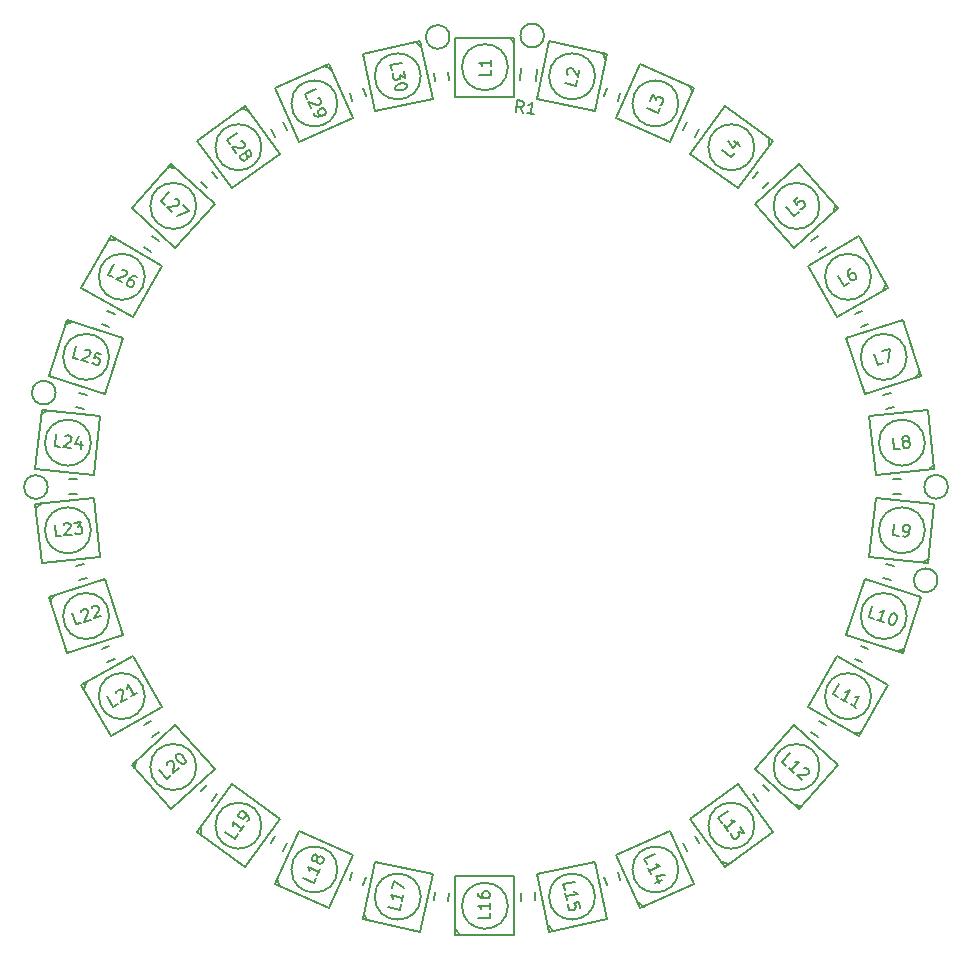
<source format=gto>
G04 #@! TF.FileFunction,Legend,Top*
%FSLAX46Y46*%
G04 Gerber Fmt 4.6, Leading zero omitted, Abs format (unit mm)*
G04 Created by KiCad (PCBNEW 4.0.1-stable) date 2/4/2016 5:34:23 PM*
%MOMM*%
G01*
G04 APERTURE LIST*
%ADD10C,0.100000*%
%ADD11C,0.150000*%
G04 APERTURE END LIST*
D10*
D11*
X201141010Y-101597294D02*
X200672618Y-101077093D01*
X201564392Y-100274136D02*
X202032784Y-100794337D01*
X189463398Y-41660639D02*
X189247086Y-42326379D01*
X188105818Y-41955559D02*
X188322130Y-41289819D01*
X196144540Y-44772561D02*
X195794540Y-45378779D01*
X194755310Y-44778779D02*
X195105310Y-44172561D01*
X202032679Y-49205568D02*
X201564287Y-49725769D01*
X200672513Y-48922812D02*
X201140905Y-48402611D01*
X206870473Y-54765915D02*
X206304161Y-55177365D01*
X205598819Y-54206545D02*
X206165131Y-53795095D01*
X210446488Y-61210590D02*
X209807006Y-61495306D01*
X209318922Y-60399052D02*
X209958404Y-60114336D01*
X212604434Y-68257928D02*
X211919730Y-68403467D01*
X211670236Y-67229690D02*
X212354940Y-67084151D01*
X213249999Y-75599929D02*
X212549999Y-75599929D01*
X212549999Y-74399929D02*
X213249999Y-74399929D01*
X212354970Y-82915710D02*
X211670266Y-82770171D01*
X211919760Y-81596394D02*
X212604464Y-81741933D01*
X209958461Y-89885535D02*
X209318979Y-89600819D01*
X209807063Y-88504565D02*
X210446545Y-88789281D01*
X206165214Y-96204790D02*
X205598902Y-95793340D01*
X206304244Y-94822520D02*
X206870556Y-95233970D01*
X195105432Y-105827368D02*
X194755432Y-105221150D01*
X195794662Y-104621150D02*
X196144662Y-105227368D01*
X188322264Y-108710136D02*
X188105952Y-108044396D01*
X189247220Y-107673576D02*
X189463532Y-108339316D01*
X181087963Y-110119609D02*
X181014793Y-109423443D01*
X182208219Y-109298009D02*
X182281389Y-109994175D01*
X173718703Y-109994184D02*
X173791873Y-109298018D01*
X174985299Y-109423452D02*
X174912129Y-110119618D01*
X166536557Y-108339345D02*
X166752869Y-107673605D01*
X167894137Y-108044425D02*
X167677825Y-108710165D01*
X159855418Y-105227415D02*
X160205418Y-104621197D01*
X161244648Y-105221197D02*
X160894648Y-105827415D01*
X153967285Y-100794400D02*
X154435677Y-100274199D01*
X155327451Y-101077156D02*
X154859059Y-101597357D01*
X149129499Y-95234046D02*
X149695811Y-94822596D01*
X150401153Y-95793416D02*
X149834841Y-96204866D01*
X145553492Y-88789367D02*
X146192974Y-88504651D01*
X146681058Y-89600905D02*
X146041576Y-89885621D01*
X143395555Y-81742025D02*
X144080259Y-81596486D01*
X144329753Y-82770263D02*
X143645049Y-82915802D01*
X142750000Y-74400023D02*
X143450000Y-74400023D01*
X143450000Y-75600023D02*
X142750000Y-75600023D01*
X143645039Y-67084243D02*
X144329743Y-67229782D01*
X144080249Y-68403559D02*
X143395545Y-68258020D01*
X146041557Y-60114421D02*
X146681039Y-60399137D01*
X146192955Y-61495391D02*
X145553473Y-61210675D01*
X149834813Y-53795171D02*
X150401125Y-54206621D01*
X149695783Y-55177441D02*
X149129471Y-54765991D01*
X154859024Y-48402673D02*
X155327416Y-48922874D01*
X154435642Y-49725831D02*
X153967250Y-49205630D01*
X160894608Y-44172608D02*
X161244608Y-44778826D01*
X160205378Y-45378826D02*
X159855378Y-44772608D01*
X167677780Y-41289849D02*
X167894092Y-41955589D01*
X166752824Y-42326409D02*
X166536512Y-41660669D01*
X174912083Y-39880386D02*
X174985253Y-40576552D01*
X173791827Y-40701986D02*
X173718657Y-40005820D01*
X141650000Y-67060000D02*
G75*
G03X141650000Y-67060000I-1000000J0D01*
G01*
X183000000Y-36820000D02*
G75*
G03X183000000Y-36820000I-1000000J0D01*
G01*
X140980000Y-75050000D02*
G75*
G03X140980000Y-75050000I-1000000J0D01*
G01*
X217200000Y-75030000D02*
G75*
G03X217200000Y-75030000I-1000000J0D01*
G01*
X216320000Y-82940000D02*
G75*
G03X216320000Y-82940000I-1000000J0D01*
G01*
X175010000Y-36940000D02*
G75*
G03X175010000Y-36940000I-1000000J0D01*
G01*
X182393567Y-39693296D02*
X182289038Y-40687818D01*
X180946433Y-40546704D02*
X181050962Y-39552182D01*
X165508277Y-42569138D02*
G75*
G03X165508277Y-42569138I-1947434J0D01*
G01*
X164965219Y-39699865D02*
X164508124Y-39410791D01*
X164508124Y-39410791D02*
X164528461Y-39456468D01*
X160260138Y-41302116D02*
X162293821Y-45869843D01*
X162293821Y-45869843D02*
X166861548Y-43836160D01*
X166861548Y-43836160D02*
X164827865Y-39268433D01*
X164827865Y-39268433D02*
X160260138Y-41302116D01*
X159081050Y-46279902D02*
G75*
G03X159081050Y-46279902I-1947435J0D01*
G01*
X157910747Y-43181343D02*
X157403538Y-42993621D01*
X157403538Y-42993621D02*
X157432928Y-43034072D01*
X153641609Y-45726823D02*
X156580536Y-49771908D01*
X156580536Y-49771908D02*
X160625621Y-46832981D01*
X160625621Y-46832981D02*
X157686694Y-42787896D01*
X157686694Y-42787896D02*
X153641609Y-45726823D01*
X153565784Y-51245872D02*
G75*
G03X153565784Y-51245872I-1947434J0D01*
G01*
X151734273Y-48053449D02*
X151199119Y-47975284D01*
X151199119Y-47975284D02*
X151236276Y-48008741D01*
X148087661Y-51430908D02*
X151803386Y-54776561D01*
X151803386Y-54776561D02*
X155149039Y-51060836D01*
X155149039Y-51060836D02*
X151433314Y-47715183D01*
X151433314Y-47715183D02*
X148087661Y-51430908D01*
X149203524Y-57250013D02*
G75*
G03X149203524Y-57250013I-1947434J0D01*
G01*
X146705738Y-54103251D02*
X146166026Y-54138058D01*
X146166026Y-54138058D02*
X146209328Y-54163058D01*
X143841026Y-58165077D02*
X148171154Y-60665077D01*
X148171154Y-60665077D02*
X150671154Y-56334949D01*
X150671154Y-56334949D02*
X146341026Y-53834949D01*
X146341026Y-53834949D02*
X143841026Y-58165077D01*
X146184921Y-64029914D02*
G75*
G03X146184921Y-64029914I-1947434J0D01*
G01*
X143044913Y-61066341D02*
X142524232Y-61212600D01*
X142524232Y-61212600D02*
X142571785Y-61228051D01*
X141087303Y-65635013D02*
X145842586Y-67180098D01*
X145842586Y-67180098D02*
X147387671Y-62424815D01*
X147387671Y-62424815D02*
X142632388Y-60879730D01*
X142632388Y-60879730D02*
X141087303Y-65635013D01*
X144641904Y-71289261D02*
G75*
G03X144641904Y-71289261I-1947434J0D01*
G01*
X140911795Y-68638399D02*
X140432901Y-68889718D01*
X140432901Y-68889718D02*
X140482628Y-68894944D01*
X139946844Y-73514245D02*
X144919454Y-74036887D01*
X144919454Y-74036887D02*
X145442096Y-69064277D01*
X145442096Y-69064277D02*
X140469486Y-68541635D01*
X140469486Y-68541635D02*
X139946844Y-73514245D01*
X144641910Y-78710785D02*
G75*
G03X144641910Y-78710785I-1947435J0D01*
G01*
X140399610Y-76488490D02*
X139983434Y-76833884D01*
X139983434Y-76833884D02*
X140033160Y-76828658D01*
X140469491Y-81458411D02*
X145442101Y-80935769D01*
X145442101Y-80935769D02*
X144919459Y-75963159D01*
X144919459Y-75963159D02*
X139946849Y-76485801D01*
X139946849Y-76485801D02*
X140469491Y-81458411D01*
X146184936Y-85970130D02*
G75*
G03X146184936Y-85970130I-1947434J0D01*
G01*
X141530745Y-84273526D02*
X141195474Y-84697901D01*
X141195474Y-84697901D02*
X141243027Y-84682450D01*
X142632403Y-89120314D02*
X147387686Y-87575229D01*
X147387686Y-87575229D02*
X145842601Y-82819946D01*
X145842601Y-82819946D02*
X141087318Y-84365031D01*
X141087318Y-84365031D02*
X142632403Y-89120314D01*
X149203548Y-92750027D02*
G75*
G03X149203548Y-92750027I-1947434J0D01*
G01*
X144255762Y-91653265D02*
X144016050Y-92138072D01*
X144016050Y-92138072D02*
X144059352Y-92113072D01*
X146341050Y-96165091D02*
X150671178Y-93665091D01*
X150671178Y-93665091D02*
X148171178Y-89334963D01*
X148171178Y-89334963D02*
X143841050Y-91834963D01*
X143841050Y-91834963D02*
X146341050Y-96165091D01*
X153565817Y-98754162D02*
G75*
G03X153565817Y-98754162I-1947435J0D01*
G01*
X148455565Y-98305175D02*
X148321889Y-98829227D01*
X148321889Y-98829227D02*
X148359046Y-98795771D01*
X151433346Y-102284851D02*
X155149071Y-98939198D01*
X155149071Y-98939198D02*
X151803418Y-95223473D01*
X151803418Y-95223473D02*
X148087693Y-98569126D01*
X148087693Y-98569126D02*
X151433346Y-102284851D01*
X159081088Y-103720125D02*
G75*
G03X159081088Y-103720125I-1947434J0D01*
G01*
X153946603Y-103938536D02*
X153924804Y-104478929D01*
X153924804Y-104478929D02*
X153954194Y-104438478D01*
X157686733Y-107212131D02*
X160625660Y-103167046D01*
X160625660Y-103167046D02*
X156580575Y-100228119D01*
X156580575Y-100228119D02*
X153641648Y-104273204D01*
X153641648Y-104273204D02*
X157686733Y-107212131D01*
X165508322Y-107430880D02*
G75*
G03X165508322Y-107430880I-1947435J0D01*
G01*
X160488891Y-108307143D02*
X160579923Y-108840260D01*
X160579923Y-108840260D02*
X160600259Y-108794583D01*
X164827909Y-110731585D02*
X166861592Y-106163858D01*
X166861592Y-106163858D02*
X162293865Y-104130175D01*
X162293865Y-104130175D02*
X160260182Y-108697902D01*
X160260182Y-108697902D02*
X164827909Y-110731585D01*
X172566612Y-109724249D02*
G75*
G03X172566612Y-109724249I-1947434J0D01*
G01*
X167796497Y-111220068D02*
X167996381Y-111722608D01*
X167996381Y-111722608D02*
X168006777Y-111673700D01*
X172544768Y-112689397D02*
X173584326Y-107798659D01*
X173584326Y-107798659D02*
X168693588Y-106759101D01*
X168693588Y-106759101D02*
X167654030Y-111649839D01*
X167654030Y-111649839D02*
X172544768Y-112689397D01*
X179947481Y-110499999D02*
G75*
G03X179947481Y-110499999I-1947434J0D01*
G01*
X175550047Y-112549999D02*
X175850047Y-112999999D01*
X175850047Y-112999999D02*
X175850047Y-112949999D01*
X180500047Y-112999999D02*
X180500047Y-107999999D01*
X180500047Y-107999999D02*
X175500047Y-107999999D01*
X175500047Y-107999999D02*
X175500047Y-112999999D01*
X175500047Y-112999999D02*
X180500047Y-112999999D01*
X187328348Y-109724229D02*
G75*
G03X187328348Y-109724229I-1947434J0D01*
G01*
X183410671Y-112238815D02*
X183797676Y-112616608D01*
X183797676Y-112616608D02*
X183787280Y-112567701D01*
X188346062Y-111649819D02*
X187306504Y-106759081D01*
X187306504Y-106759081D02*
X182415766Y-107798639D01*
X182415766Y-107798639D02*
X183455324Y-112689377D01*
X183455324Y-112689377D02*
X188346062Y-111649819D01*
X194386634Y-107430841D02*
G75*
G03X194386634Y-107430841I-1947434J0D01*
G01*
X191034824Y-110300114D02*
X191491919Y-110589188D01*
X191491919Y-110589188D02*
X191471582Y-110543511D01*
X195739905Y-108697863D02*
X193706222Y-104130136D01*
X193706222Y-104130136D02*
X189138495Y-106163819D01*
X189138495Y-106163819D02*
X191172178Y-110731546D01*
X191172178Y-110731546D02*
X195739905Y-108697863D01*
X206329115Y-98754091D02*
G75*
G03X206329115Y-98754091I-1947434J0D01*
G01*
X204265758Y-101946514D02*
X204800912Y-102024679D01*
X204800912Y-102024679D02*
X204763755Y-101991222D01*
X207912370Y-98569055D02*
X204196645Y-95223402D01*
X204196645Y-95223402D02*
X200850992Y-98939127D01*
X200850992Y-98939127D02*
X204566717Y-102284780D01*
X204566717Y-102284780D02*
X207912370Y-98569055D01*
X210691367Y-92749944D02*
G75*
G03X210691367Y-92749944I-1947434J0D01*
G01*
X209294285Y-95896706D02*
X209833997Y-95861899D01*
X209833997Y-95861899D02*
X209790695Y-95836899D01*
X212158997Y-91834880D02*
X207828869Y-89334880D01*
X207828869Y-89334880D02*
X205328869Y-93665008D01*
X205328869Y-93665008D02*
X209658997Y-96165008D01*
X209658997Y-96165008D02*
X212158997Y-91834880D01*
X213709961Y-85970039D02*
G75*
G03X213709961Y-85970039I-1947434J0D01*
G01*
X212955101Y-88933612D02*
X213475782Y-88787353D01*
X213475782Y-88787353D02*
X213428229Y-88771902D01*
X214912711Y-84364940D02*
X210157428Y-82819855D01*
X210157428Y-82819855D02*
X208612343Y-87575138D01*
X208612343Y-87575138D02*
X213367626Y-89120223D01*
X213367626Y-89120223D02*
X214912711Y-84364940D01*
X215252968Y-78710690D02*
G75*
G03X215252968Y-78710690I-1947434J0D01*
G01*
X215088209Y-81361552D02*
X215567103Y-81110233D01*
X215567103Y-81110233D02*
X215517376Y-81105007D01*
X216053160Y-76485706D02*
X211080550Y-75963064D01*
X211080550Y-75963064D02*
X210557908Y-80935674D01*
X210557908Y-80935674D02*
X215530518Y-81458316D01*
X215530518Y-81458316D02*
X216053160Y-76485706D01*
X215252954Y-71289166D02*
G75*
G03X215252954Y-71289166I-1947435J0D01*
G01*
X215600384Y-73511461D02*
X216016560Y-73166067D01*
X216016560Y-73166067D02*
X215966834Y-73171293D01*
X215530503Y-68541540D02*
X210557893Y-69064182D01*
X210557893Y-69064182D02*
X211080535Y-74036792D01*
X211080535Y-74036792D02*
X216053145Y-73514150D01*
X216053145Y-73514150D02*
X215530503Y-68541540D01*
X213709916Y-64029823D02*
G75*
G03X213709916Y-64029823I-1947434J0D01*
G01*
X214469239Y-65726427D02*
X214804510Y-65302052D01*
X214804510Y-65302052D02*
X214756957Y-65317503D01*
X213367581Y-60879639D02*
X208612298Y-62424724D01*
X208612298Y-62424724D02*
X210157383Y-67180007D01*
X210157383Y-67180007D02*
X214912666Y-65634922D01*
X214912666Y-65634922D02*
X213367581Y-60879639D01*
X206329020Y-51245801D02*
G75*
G03X206329020Y-51245801I-1947435J0D01*
G01*
X207544402Y-51694788D02*
X207678078Y-51170736D01*
X207678078Y-51170736D02*
X207640921Y-51204192D01*
X204566621Y-47715112D02*
X200850896Y-51060765D01*
X200850896Y-51060765D02*
X204196549Y-54776490D01*
X204196549Y-54776490D02*
X207912274Y-51430837D01*
X207912274Y-51430837D02*
X204566621Y-47715112D01*
X200813740Y-46279846D02*
G75*
G03X200813740Y-46279846I-1947434J0D01*
G01*
X202053357Y-46061435D02*
X202075156Y-45521042D01*
X202075156Y-45521042D02*
X202045766Y-45561493D01*
X198313227Y-42787840D02*
X195374300Y-46832925D01*
X195374300Y-46832925D02*
X199419385Y-49771852D01*
X199419385Y-49771852D02*
X202358312Y-45726767D01*
X202358312Y-45726767D02*
X198313227Y-42787840D01*
X194386504Y-42569099D02*
G75*
G03X194386504Y-42569099I-1947435J0D01*
G01*
X195511065Y-41692836D02*
X195420033Y-41159719D01*
X195420033Y-41159719D02*
X195399697Y-41205396D01*
X191172047Y-39268394D02*
X189138364Y-43836121D01*
X189138364Y-43836121D02*
X193706091Y-45869804D01*
X193706091Y-45869804D02*
X195739774Y-41302077D01*
X195739774Y-41302077D02*
X191172047Y-39268394D01*
X187328208Y-40275740D02*
G75*
G03X187328208Y-40275740I-1947434J0D01*
G01*
X188203455Y-38779921D02*
X188003571Y-38277381D01*
X188003571Y-38277381D02*
X187993175Y-38326289D01*
X183455184Y-37310592D02*
X182415626Y-42201330D01*
X182415626Y-42201330D02*
X187306364Y-43240888D01*
X187306364Y-43240888D02*
X188345922Y-38350150D01*
X188345922Y-38350150D02*
X183455184Y-37310592D01*
X200813857Y-103720069D02*
G75*
G03X200813857Y-103720069I-1947435J0D01*
G01*
X198089290Y-106818628D02*
X198596499Y-107006350D01*
X198596499Y-107006350D02*
X198567109Y-106965899D01*
X202358428Y-104273148D02*
X199419501Y-100228063D01*
X199419501Y-100228063D02*
X195374416Y-103166990D01*
X195374416Y-103166990D02*
X198313343Y-107212075D01*
X198313343Y-107212075D02*
X202358428Y-104273148D01*
X210691296Y-57249931D02*
G75*
G03X210691296Y-57249931I-1947434J0D01*
G01*
X211744214Y-58346693D02*
X211983926Y-57861886D01*
X211983926Y-57861886D02*
X211940624Y-57886886D01*
X209658926Y-53834867D02*
X205328798Y-56334867D01*
X205328798Y-56334867D02*
X207828798Y-60664995D01*
X207828798Y-60664995D02*
X212158926Y-58164995D01*
X212158926Y-58164995D02*
X209658926Y-53834867D01*
X179947434Y-39500000D02*
G75*
G03X179947434Y-39500000I-1947434J0D01*
G01*
X180450000Y-37450000D02*
X180150000Y-37000000D01*
X180150000Y-37000000D02*
X180150000Y-37050000D01*
X175500000Y-37000000D02*
X175500000Y-42000000D01*
X175500000Y-42000000D02*
X180500000Y-42000000D01*
X180500000Y-42000000D02*
X180500000Y-37000000D01*
X180500000Y-37000000D02*
X175500000Y-37000000D01*
X172566565Y-40275760D02*
G75*
G03X172566565Y-40275760I-1947434J0D01*
G01*
X172589374Y-37761174D02*
X172202369Y-37383381D01*
X172202369Y-37383381D02*
X172212765Y-37432288D01*
X167653983Y-38350170D02*
X168693541Y-43240908D01*
X168693541Y-43240908D02*
X173584279Y-42201350D01*
X173584279Y-42201350D02*
X172544721Y-37310612D01*
X172544721Y-37310612D02*
X167653983Y-38350170D01*
X181216960Y-43372481D02*
X180935228Y-42864056D01*
X180648662Y-43312751D02*
X180753190Y-42318229D01*
X181132056Y-42358049D01*
X181221795Y-42415363D01*
X181264176Y-42467698D01*
X181301579Y-42567392D01*
X181286646Y-42709467D01*
X181229333Y-42799205D01*
X181176997Y-42841586D01*
X181077303Y-42878989D01*
X180698437Y-42839168D01*
X182164124Y-43472032D02*
X181595825Y-43412302D01*
X181879974Y-43442167D02*
X181984503Y-42447645D01*
X181874854Y-42579764D01*
X181770182Y-42664526D01*
X181670489Y-42701929D01*
X162952113Y-42191199D02*
X162758429Y-41756177D01*
X163671974Y-41349440D01*
X163894864Y-42084212D02*
X163957735Y-42108345D01*
X164039974Y-42175981D01*
X164136816Y-42393493D01*
X164132051Y-42499865D01*
X164107917Y-42562736D01*
X164040281Y-42644975D01*
X163953277Y-42683712D01*
X163803402Y-42698315D01*
X163048955Y-42408709D01*
X163300744Y-42974238D01*
X163494428Y-43409259D02*
X163571902Y-43583268D01*
X163654141Y-43650904D01*
X163717012Y-43675038D01*
X163886255Y-43703937D01*
X164079632Y-43669966D01*
X164427650Y-43515018D01*
X164495285Y-43432779D01*
X164519419Y-43369909D01*
X164524185Y-43263536D01*
X164446711Y-43089527D01*
X164364472Y-43021891D01*
X164301601Y-42997757D01*
X164195228Y-42992992D01*
X163977718Y-43089834D01*
X163910082Y-43172073D01*
X163885947Y-43234944D01*
X163881182Y-43341316D01*
X163958656Y-43515326D01*
X164040895Y-43582961D01*
X164103766Y-43607095D01*
X164210139Y-43611860D01*
X156459609Y-46036785D02*
X156179711Y-45651538D01*
X156988728Y-45063753D01*
X157359516Y-45736126D02*
X157426030Y-45746661D01*
X157520534Y-45795721D01*
X157660483Y-45988344D01*
X157677938Y-46093383D01*
X157667403Y-46159898D01*
X157618344Y-46254402D01*
X157541295Y-46310381D01*
X157397731Y-46355826D01*
X156599558Y-46229408D01*
X156963425Y-46730228D01*
X157761598Y-46856645D02*
X157744143Y-46751606D01*
X157754678Y-46685092D01*
X157803737Y-46590588D01*
X157842262Y-46562598D01*
X157947301Y-46545143D01*
X158013815Y-46555678D01*
X158108319Y-46604738D01*
X158220279Y-46758837D01*
X158237734Y-46863876D01*
X158227199Y-46930390D01*
X158178139Y-47024894D01*
X158139615Y-47052884D01*
X158034576Y-47070339D01*
X157968062Y-47059804D01*
X157873558Y-47010744D01*
X157761598Y-46856645D01*
X157667094Y-46807586D01*
X157600580Y-46797051D01*
X157495540Y-46814507D01*
X157341442Y-46926466D01*
X157292382Y-47020970D01*
X157281847Y-47087484D01*
X157299302Y-47192523D01*
X157411262Y-47346622D01*
X157505766Y-47395681D01*
X157572280Y-47406216D01*
X157677319Y-47388761D01*
X157831417Y-47276802D01*
X157880478Y-47182298D01*
X157891012Y-47115783D01*
X157873558Y-47010744D01*
X150908526Y-51148200D02*
X150554647Y-50829566D01*
X151223778Y-50086422D01*
X151726257Y-50667011D02*
X151793508Y-50663487D01*
X151896147Y-50691825D01*
X152073087Y-50851143D01*
X152111999Y-50950257D01*
X152115524Y-51017508D01*
X152087185Y-51120147D01*
X152023458Y-51190923D01*
X151892480Y-51265223D01*
X151085465Y-51307517D01*
X151545508Y-51721741D01*
X152462353Y-51201639D02*
X152957783Y-51647727D01*
X151970161Y-52104101D01*
X146541470Y-57302057D02*
X146129077Y-57063961D01*
X146629077Y-56197936D01*
X147241287Y-56661367D02*
X147306335Y-56643937D01*
X147412623Y-56650317D01*
X147618821Y-56769365D01*
X147677490Y-56858223D01*
X147694919Y-56923272D01*
X147688540Y-57029560D01*
X147640921Y-57112039D01*
X147528253Y-57211947D01*
X146747666Y-57421104D01*
X147283778Y-57730628D01*
X148526085Y-57293175D02*
X148361127Y-57197936D01*
X148254839Y-57191556D01*
X148189791Y-57208986D01*
X148035883Y-57285085D01*
X147899406Y-57426232D01*
X147708930Y-57756147D01*
X147702550Y-57862435D01*
X147719980Y-57927484D01*
X147778649Y-58016342D01*
X147943607Y-58111581D01*
X148049895Y-58117961D01*
X148114943Y-58100531D01*
X148203802Y-58041862D01*
X148322849Y-57835666D01*
X148329229Y-57729377D01*
X148311800Y-57664328D01*
X148253131Y-57575470D01*
X148088173Y-57480231D01*
X147981885Y-57473851D01*
X147916836Y-57491281D01*
X147827977Y-57549951D01*
X143549304Y-64229398D02*
X143096420Y-64082247D01*
X143405437Y-63131191D01*
X144100621Y-63457209D02*
X144160625Y-63426636D01*
X144265916Y-63410777D01*
X144492359Y-63484353D01*
X144568221Y-63559072D01*
X144598794Y-63619075D01*
X144614652Y-63724367D01*
X144585222Y-63814944D01*
X144495789Y-63936094D01*
X143775746Y-64302974D01*
X144364496Y-64494270D01*
X145533992Y-63822800D02*
X145081108Y-63675649D01*
X144888669Y-64113818D01*
X144948672Y-64083244D01*
X145053964Y-64067386D01*
X145280407Y-64140962D01*
X145356268Y-64215680D01*
X145386842Y-64275684D01*
X145402700Y-64380977D01*
X145329124Y-64607418D01*
X145254406Y-64683280D01*
X145194402Y-64713853D01*
X145089110Y-64729712D01*
X144862668Y-64656136D01*
X144786806Y-64581417D01*
X144756233Y-64521414D01*
X142062801Y-71627467D02*
X141589219Y-71577691D01*
X141693747Y-70583170D01*
X142441523Y-70757527D02*
X142493859Y-70715146D01*
X142593553Y-70677743D01*
X142830344Y-70702631D01*
X142920083Y-70759944D01*
X142962464Y-70812280D01*
X142999867Y-70911973D01*
X142989912Y-71006690D01*
X142927621Y-71143787D01*
X142299592Y-71652355D01*
X142915248Y-71717063D01*
X143837382Y-71143644D02*
X143767696Y-71806659D01*
X143640410Y-70739891D02*
X143328956Y-71425376D01*
X143944613Y-71490084D01*
X142146926Y-79172932D02*
X141673344Y-79222707D01*
X141568815Y-78228185D01*
X142336502Y-78243261D02*
X142378882Y-78190925D01*
X142468621Y-78133612D01*
X142705413Y-78108724D01*
X142805107Y-78146127D01*
X142857442Y-78188508D01*
X142914756Y-78278246D01*
X142924711Y-78372963D01*
X142892285Y-78520015D01*
X142383717Y-79148044D01*
X142999374Y-79083336D01*
X143226352Y-78053971D02*
X143842009Y-77989263D01*
X143550321Y-78402971D01*
X143692397Y-78388038D01*
X143792091Y-78425441D01*
X143844426Y-78467822D01*
X143901740Y-78557562D01*
X143926627Y-78794352D01*
X143889224Y-78894046D01*
X143846844Y-78946382D01*
X143757105Y-79003695D01*
X143472955Y-79033560D01*
X143373261Y-78996157D01*
X143320926Y-78953777D01*
X143798004Y-86536020D02*
X143345120Y-86683171D01*
X143036103Y-85732114D01*
X143790147Y-85587249D02*
X143820721Y-85527246D01*
X143896582Y-85452527D01*
X144123025Y-85378952D01*
X144228317Y-85394810D01*
X144288320Y-85425383D01*
X144363039Y-85501245D01*
X144392469Y-85591822D01*
X144391326Y-85742402D01*
X144024446Y-86462444D01*
X144613196Y-86271148D01*
X144695916Y-85292947D02*
X144726489Y-85232944D01*
X144802350Y-85158225D01*
X145028793Y-85084650D01*
X145134085Y-85100508D01*
X145194088Y-85131081D01*
X145268807Y-85206943D01*
X145298237Y-85297520D01*
X145297094Y-85448100D01*
X144930214Y-86168142D01*
X145518964Y-85976846D01*
X146943875Y-93394928D02*
X146531482Y-93633023D01*
X146031482Y-92766998D01*
X146738930Y-92468524D02*
X146756359Y-92403475D01*
X146815028Y-92314617D01*
X147021226Y-92195569D01*
X147127514Y-92189189D01*
X147192562Y-92206619D01*
X147281421Y-92265288D01*
X147329040Y-92347767D01*
X147359229Y-92495294D01*
X147150071Y-93275880D01*
X147686183Y-92966356D01*
X148510969Y-92490166D02*
X148016097Y-92775880D01*
X148263532Y-92633023D02*
X147763532Y-91766998D01*
X147752482Y-91938335D01*
X147717623Y-92068432D01*
X147658954Y-92157291D01*
X151447049Y-99449888D02*
X151093170Y-99768522D01*
X150424040Y-99025377D01*
X151053972Y-98586339D02*
X151057497Y-98519088D01*
X151096409Y-98419973D01*
X151273349Y-98260656D01*
X151375988Y-98232317D01*
X151443239Y-98235841D01*
X151542353Y-98274754D01*
X151606080Y-98345529D01*
X151666282Y-98483556D01*
X151623988Y-99290571D01*
X152084031Y-98876347D01*
X151874941Y-97718979D02*
X151945718Y-97655252D01*
X152048357Y-97626913D01*
X152115608Y-97630437D01*
X152214722Y-97669350D01*
X152377564Y-97779038D01*
X152536881Y-97955977D01*
X152628946Y-98129392D01*
X152657285Y-98232031D01*
X152653761Y-98299282D01*
X152614848Y-98398397D01*
X152544072Y-98462124D01*
X152441433Y-98490463D01*
X152374182Y-98486938D01*
X152275068Y-98448026D01*
X152112226Y-98338338D01*
X151952909Y-98161398D01*
X151860844Y-97987984D01*
X151832505Y-97885345D01*
X151836029Y-97818094D01*
X151874941Y-97718979D01*
X157110714Y-104436270D02*
X156830816Y-104821517D01*
X156021799Y-104233731D01*
X157614530Y-103742827D02*
X157278653Y-104205123D01*
X157446591Y-103973975D02*
X156637574Y-103386190D01*
X156697168Y-103547208D01*
X156718238Y-103680237D01*
X156700783Y-103785276D01*
X157894428Y-103357581D02*
X158006387Y-103203483D01*
X158023842Y-103098443D01*
X158013307Y-103031929D01*
X157953713Y-102870910D01*
X157827604Y-102720427D01*
X157519407Y-102496508D01*
X157414368Y-102479053D01*
X157347854Y-102489588D01*
X157253350Y-102538648D01*
X157141390Y-102692747D01*
X157123935Y-102797786D01*
X157134470Y-102864300D01*
X157183529Y-102958804D01*
X157376152Y-103098753D01*
X157481191Y-103116208D01*
X157547706Y-103105673D01*
X157642210Y-103056614D01*
X157754170Y-102902515D01*
X157771625Y-102797476D01*
X157761089Y-102730961D01*
X157712030Y-102636457D01*
X163687344Y-108136145D02*
X163493660Y-108571167D01*
X162580114Y-108164431D01*
X164035976Y-107353106D02*
X163803554Y-107875132D01*
X163919765Y-107614120D02*
X163006219Y-107207383D01*
X163097989Y-107352492D01*
X163146256Y-107478233D01*
X163151022Y-107584606D01*
X163746370Y-106598659D02*
X163664131Y-106666295D01*
X163601260Y-106690429D01*
X163494888Y-106695194D01*
X163451386Y-106675826D01*
X163383750Y-106593587D01*
X163359616Y-106530716D01*
X163354851Y-106424344D01*
X163432325Y-106250334D01*
X163514564Y-106182699D01*
X163577434Y-106158565D01*
X163683807Y-106153800D01*
X163727309Y-106173168D01*
X163794945Y-106255407D01*
X163819079Y-106318277D01*
X163823844Y-106424650D01*
X163746370Y-106598659D01*
X163751135Y-106705032D01*
X163775269Y-106767903D01*
X163842906Y-106850142D01*
X164016914Y-106927615D01*
X164123287Y-106922850D01*
X164186157Y-106898716D01*
X164268396Y-106831080D01*
X164345870Y-106657071D01*
X164341105Y-106550698D01*
X164316971Y-106487828D01*
X164249335Y-106405589D01*
X164075327Y-106328115D01*
X163968953Y-106332880D01*
X163906083Y-106357014D01*
X163823844Y-106424650D01*
X170889504Y-110387810D02*
X170790498Y-110853595D01*
X169812351Y-110645684D01*
X171067714Y-109549398D02*
X170948907Y-110108340D01*
X171008310Y-109828869D02*
X170030163Y-109620958D01*
X170150097Y-109743816D01*
X170223453Y-109856774D01*
X170250230Y-109959831D01*
X170158870Y-109015437D02*
X170297478Y-108363339D01*
X171186521Y-108990457D01*
X178402428Y-111092856D02*
X178402428Y-111569047D01*
X177402428Y-111569047D01*
X178402428Y-110235713D02*
X178402428Y-110807142D01*
X178402428Y-110521428D02*
X177402428Y-110521428D01*
X177545285Y-110616666D01*
X177640523Y-110711904D01*
X177688142Y-110807142D01*
X177402428Y-109378570D02*
X177402428Y-109569047D01*
X177450047Y-109664285D01*
X177497666Y-109711904D01*
X177640523Y-109807142D01*
X177830999Y-109854761D01*
X178211952Y-109854761D01*
X178307190Y-109807142D01*
X178354809Y-109759523D01*
X178402428Y-109664285D01*
X178402428Y-109473808D01*
X178354809Y-109378570D01*
X178307190Y-109330951D01*
X178211952Y-109283332D01*
X177973857Y-109283332D01*
X177878618Y-109330951D01*
X177830999Y-109378570D01*
X177783380Y-109473808D01*
X177783380Y-109664285D01*
X177830999Y-109759523D01*
X177878618Y-109807142D01*
X177973857Y-109854761D01*
X184745458Y-109150963D02*
X184646452Y-108685178D01*
X185624600Y-108477266D01*
X184923668Y-109989376D02*
X184804861Y-109430434D01*
X184864265Y-109709904D02*
X185842412Y-109501993D01*
X185682876Y-109438537D01*
X185569918Y-109365182D01*
X185503539Y-109281925D01*
X186089926Y-110666455D02*
X185990921Y-110200670D01*
X185515236Y-110253097D01*
X185571715Y-110289775D01*
X185638095Y-110373031D01*
X185687597Y-110605924D01*
X185660820Y-110708981D01*
X185624142Y-110765460D01*
X185540885Y-110831840D01*
X185307993Y-110881343D01*
X185204936Y-110854565D01*
X185148457Y-110817887D01*
X185082077Y-110734631D01*
X185032574Y-110501738D01*
X185059352Y-110398681D01*
X185096029Y-110342202D01*
X191698442Y-107002222D02*
X191504758Y-106567200D01*
X192418303Y-106160463D01*
X192047073Y-107785261D02*
X191814652Y-107263235D01*
X191930863Y-107524247D02*
X192844408Y-107117511D01*
X192675165Y-107088612D01*
X192549424Y-107040344D01*
X192467185Y-106972708D01*
X193004735Y-108297142D02*
X192395705Y-108568300D01*
X193255910Y-107924683D02*
X192506535Y-107997699D01*
X192758325Y-108563228D01*
X203530629Y-98663821D02*
X203176750Y-98345187D01*
X203845881Y-97602043D01*
X204167611Y-99237362D02*
X203742956Y-98855001D01*
X203955283Y-99046181D02*
X204624414Y-98303036D01*
X204458048Y-98345473D01*
X204323546Y-98352522D01*
X204220907Y-98324183D01*
X205056117Y-98819899D02*
X205123368Y-98816375D01*
X205226007Y-98844714D01*
X205402947Y-99004031D01*
X205441859Y-99103146D01*
X205445384Y-99170397D01*
X205417045Y-99273036D01*
X205353318Y-99343811D01*
X205222340Y-99418111D01*
X204415325Y-99460405D01*
X204875368Y-99874629D01*
X207892711Y-92838590D02*
X207480318Y-92600494D01*
X207980318Y-91734469D01*
X208635019Y-93267161D02*
X208140147Y-92981447D01*
X208387582Y-93124304D02*
X208887582Y-92258279D01*
X208733675Y-92334377D01*
X208603578Y-92369237D01*
X208497290Y-92362857D01*
X209459805Y-93743352D02*
X208964933Y-93457637D01*
X209212368Y-93600494D02*
X209712368Y-92734469D01*
X209558461Y-92810568D01*
X209428364Y-92845427D01*
X209322076Y-92839048D01*
X210948336Y-86233727D02*
X210495452Y-86086576D01*
X210804469Y-85135520D01*
X211763528Y-86498599D02*
X211220066Y-86322018D01*
X211491797Y-86410308D02*
X211800814Y-85459252D01*
X211666092Y-85565687D01*
X211546085Y-85626833D01*
X211440793Y-85642691D01*
X212661293Y-85738838D02*
X212751871Y-85768269D01*
X212827733Y-85842987D01*
X212858306Y-85902991D01*
X212874164Y-86008283D01*
X212860592Y-86204151D01*
X212787016Y-86430594D01*
X212682868Y-86597032D01*
X212608149Y-86672894D01*
X212548146Y-86703467D01*
X212442854Y-86719325D01*
X212352276Y-86689895D01*
X212276415Y-86615176D01*
X212245841Y-86555173D01*
X212229983Y-86449881D01*
X212243555Y-86254013D01*
X212317131Y-86027570D01*
X212421280Y-85861132D01*
X212495998Y-85785270D01*
X212556002Y-85754697D01*
X212661293Y-85738838D01*
X213037541Y-79187671D02*
X212563959Y-79137896D01*
X212668487Y-78143374D01*
X213416406Y-79227492D02*
X213605839Y-79247402D01*
X213705534Y-79209999D01*
X213757869Y-79167618D01*
X213867518Y-79035499D01*
X213934787Y-78851044D01*
X213974607Y-78472178D01*
X213937204Y-78372484D01*
X213894823Y-78320148D01*
X213805085Y-78262835D01*
X213615651Y-78242925D01*
X213515957Y-78280328D01*
X213463622Y-78322709D01*
X213406308Y-78412447D01*
X213381421Y-78649238D01*
X213418824Y-78748932D01*
X213461204Y-78801269D01*
X213550943Y-78858582D01*
X213740377Y-78878492D01*
X213840070Y-78841089D01*
X213892406Y-78798707D01*
X213949719Y-78708969D01*
X213142553Y-71811443D02*
X212668970Y-71861219D01*
X212564442Y-70866697D01*
X213556403Y-71193369D02*
X213456710Y-71155966D01*
X213404374Y-71113585D01*
X213347061Y-71023847D01*
X213342083Y-70976489D01*
X213379486Y-70876795D01*
X213421867Y-70824459D01*
X213511606Y-70767146D01*
X213701039Y-70747236D01*
X213800733Y-70784639D01*
X213853069Y-70827019D01*
X213910382Y-70916758D01*
X213915359Y-70964116D01*
X213877956Y-71063810D01*
X213835576Y-71116146D01*
X213745837Y-71173459D01*
X213556403Y-71193369D01*
X213466665Y-71250682D01*
X213424284Y-71303018D01*
X213386881Y-71402713D01*
X213406791Y-71592145D01*
X213464105Y-71681884D01*
X213516440Y-71724265D01*
X213616134Y-71761668D01*
X213805568Y-71741757D01*
X213895306Y-71684444D01*
X213937687Y-71632109D01*
X213975090Y-71532415D01*
X213955180Y-71342982D01*
X213897867Y-71253242D01*
X213845531Y-71210862D01*
X213745837Y-71173459D01*
X211711665Y-64574570D02*
X211258780Y-64721721D01*
X210949763Y-63770664D01*
X211629089Y-63549938D02*
X212263127Y-63343926D01*
X212164548Y-64427419D01*
X204556729Y-51764121D02*
X204202850Y-52082755D01*
X203533720Y-51339610D01*
X204489192Y-50479299D02*
X204135313Y-50797933D01*
X204418559Y-51183674D01*
X204422083Y-51116423D01*
X204460995Y-51017309D01*
X204637935Y-50857991D01*
X204740574Y-50829652D01*
X204807825Y-50833177D01*
X204906940Y-50872090D01*
X205066257Y-51049029D01*
X205094596Y-51151668D01*
X205091071Y-51218919D01*
X205052159Y-51318034D01*
X204875219Y-51477351D01*
X204772580Y-51505690D01*
X204705329Y-51502165D01*
X199145388Y-46750425D02*
X198865490Y-47135671D01*
X198056473Y-46547886D01*
X199053880Y-45742173D02*
X199593225Y-46134030D01*
X198605734Y-45710879D02*
X199043655Y-46323349D01*
X199407522Y-45822528D01*
X192809890Y-42971370D02*
X192616206Y-43406392D01*
X191702661Y-42999655D01*
X191993187Y-42347123D02*
X192244976Y-41781594D01*
X192457414Y-42241057D01*
X192515520Y-42110550D01*
X192597759Y-42042914D01*
X192660629Y-42018780D01*
X192767003Y-42014015D01*
X192984513Y-42110857D01*
X193052149Y-42193096D01*
X193076283Y-42255967D01*
X193081048Y-42362339D01*
X192964838Y-42623353D01*
X192882599Y-42690989D01*
X192819728Y-42715123D01*
X185827130Y-40592122D02*
X185728124Y-41057907D01*
X184749976Y-40849996D01*
X185001542Y-40124541D02*
X184964864Y-40068062D01*
X184938087Y-39965005D01*
X184987590Y-39732112D01*
X185053969Y-39648856D01*
X185110448Y-39612178D01*
X185213506Y-39585400D01*
X185306662Y-39605201D01*
X185436497Y-39681482D01*
X185876632Y-40359230D01*
X186005340Y-39753710D01*
X198052736Y-103454828D02*
X197772838Y-103069581D01*
X198581855Y-102481796D01*
X198556552Y-104148271D02*
X198220675Y-103685975D01*
X198388613Y-103917123D02*
X199197630Y-103329337D01*
X199026077Y-103336257D01*
X198893048Y-103315188D01*
X198798544Y-103266128D01*
X199561497Y-103830158D02*
X199925365Y-104330978D01*
X199421239Y-104285223D01*
X199505209Y-104400798D01*
X199522664Y-104505837D01*
X199512129Y-104572351D01*
X199463069Y-104666856D01*
X199270446Y-104806804D01*
X199165407Y-104824259D01*
X199098893Y-104813724D01*
X199004389Y-104764665D01*
X198836450Y-104533517D01*
X198818995Y-104428478D01*
X198829530Y-104361963D01*
X208807415Y-57793338D02*
X208395021Y-58031434D01*
X207895021Y-57165409D01*
X208967244Y-56546361D02*
X208802286Y-56641599D01*
X208743617Y-56730457D01*
X208726187Y-56795506D01*
X208715137Y-56966843D01*
X208769136Y-57155609D01*
X208959612Y-57485524D01*
X209048470Y-57544193D01*
X209113519Y-57561623D01*
X209219807Y-57555243D01*
X209384765Y-57460005D01*
X209443434Y-57371147D01*
X209460864Y-57306098D01*
X209454484Y-57199810D01*
X209335437Y-56993614D01*
X209246578Y-56934944D01*
X209181529Y-56917514D01*
X209075241Y-56923894D01*
X208910283Y-57019132D01*
X208851614Y-57107990D01*
X208834184Y-57173039D01*
X208840565Y-57279328D01*
X178502381Y-39716666D02*
X178502381Y-40192857D01*
X177502381Y-40192857D01*
X178502381Y-38859523D02*
X178502381Y-39430952D01*
X178502381Y-39145238D02*
X177502381Y-39145238D01*
X177645238Y-39240476D01*
X177740476Y-39335714D01*
X177788095Y-39430952D01*
X170102281Y-39779518D02*
X170003275Y-39313733D01*
X170981423Y-39105821D01*
X171129931Y-39804499D02*
X171258639Y-40410019D01*
X170816707Y-40163173D01*
X170846409Y-40302910D01*
X170819632Y-40405967D01*
X170782954Y-40462446D01*
X170699697Y-40528826D01*
X170466805Y-40578328D01*
X170363747Y-40551551D01*
X170307268Y-40514873D01*
X170240889Y-40431617D01*
X170181485Y-40152146D01*
X170208263Y-40049088D01*
X170244941Y-39992609D01*
X171387346Y-41015538D02*
X171407147Y-41108696D01*
X171380370Y-41211753D01*
X171343692Y-41268232D01*
X171260436Y-41334612D01*
X171084023Y-41420793D01*
X170851130Y-41470295D01*
X170654915Y-41463319D01*
X170551858Y-41436542D01*
X170495379Y-41399864D01*
X170429000Y-41316608D01*
X170409198Y-41223450D01*
X170435976Y-41120393D01*
X170472653Y-41063914D01*
X170555910Y-40997534D01*
X170732323Y-40911354D01*
X170965216Y-40861851D01*
X171161430Y-40868827D01*
X171264487Y-40895604D01*
X171320966Y-40932282D01*
X171387346Y-41015538D01*
M02*

</source>
